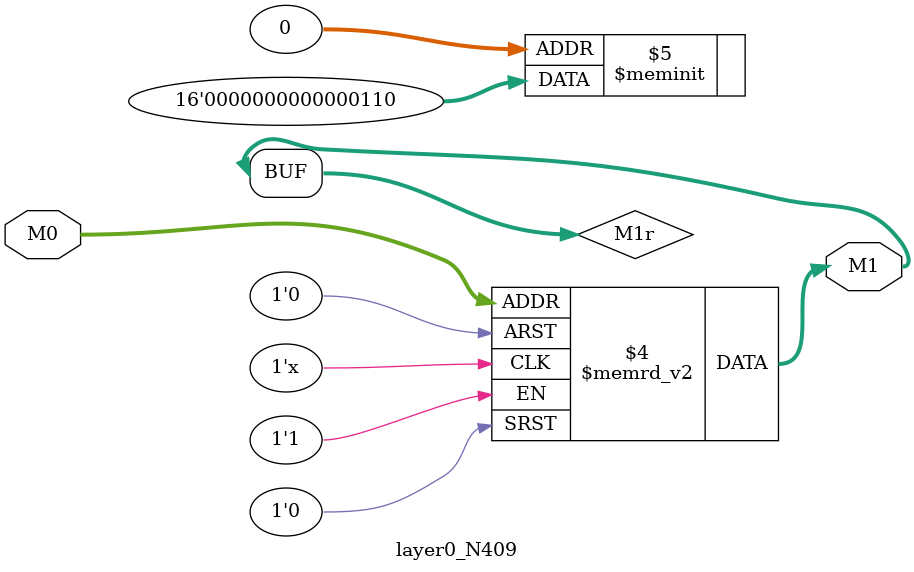
<source format=v>
module layer0_N409 ( input [2:0] M0, output [1:0] M1 );

	(*rom_style = "distributed" *) reg [1:0] M1r;
	assign M1 = M1r;
	always @ (M0) begin
		case (M0)
			3'b000: M1r = 2'b10;
			3'b100: M1r = 2'b00;
			3'b010: M1r = 2'b00;
			3'b110: M1r = 2'b00;
			3'b001: M1r = 2'b01;
			3'b101: M1r = 2'b00;
			3'b011: M1r = 2'b00;
			3'b111: M1r = 2'b00;

		endcase
	end
endmodule

</source>
